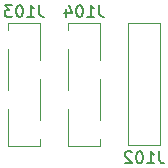
<source format=gbo>
G04 #@! TF.GenerationSoftware,KiCad,Pcbnew,9.0.6*
G04 #@! TF.CreationDate,2026-01-05T13:51:01-06:00*
G04 #@! TF.ProjectId,SOIC-8_3.9x4.9_P1.27,534f4943-2d38-45f3-932e-3978342e395f,rev?*
G04 #@! TF.SameCoordinates,Original*
G04 #@! TF.FileFunction,Legend,Bot*
G04 #@! TF.FilePolarity,Positive*
%FSLAX46Y46*%
G04 Gerber Fmt 4.6, Leading zero omitted, Abs format (unit mm)*
G04 Created by KiCad (PCBNEW 9.0.6) date 2026-01-05 13:51:01*
%MOMM*%
%LPD*%
G01*
G04 APERTURE LIST*
%ADD10C,0.150000*%
%ADD11C,0.120000*%
%ADD12C,1.700000*%
%ADD13R,2.510000X1.000000*%
%ADD14R,1.700000X1.700000*%
G04 APERTURE END LIST*
D10*
X135651714Y-104450819D02*
X135651714Y-105165104D01*
X135651714Y-105165104D02*
X135699333Y-105307961D01*
X135699333Y-105307961D02*
X135794571Y-105403200D01*
X135794571Y-105403200D02*
X135937428Y-105450819D01*
X135937428Y-105450819D02*
X136032666Y-105450819D01*
X134651714Y-105450819D02*
X135223142Y-105450819D01*
X134937428Y-105450819D02*
X134937428Y-104450819D01*
X134937428Y-104450819D02*
X135032666Y-104593676D01*
X135032666Y-104593676D02*
X135127904Y-104688914D01*
X135127904Y-104688914D02*
X135223142Y-104736533D01*
X134032666Y-104450819D02*
X133937428Y-104450819D01*
X133937428Y-104450819D02*
X133842190Y-104498438D01*
X133842190Y-104498438D02*
X133794571Y-104546057D01*
X133794571Y-104546057D02*
X133746952Y-104641295D01*
X133746952Y-104641295D02*
X133699333Y-104831771D01*
X133699333Y-104831771D02*
X133699333Y-105069866D01*
X133699333Y-105069866D02*
X133746952Y-105260342D01*
X133746952Y-105260342D02*
X133794571Y-105355580D01*
X133794571Y-105355580D02*
X133842190Y-105403200D01*
X133842190Y-105403200D02*
X133937428Y-105450819D01*
X133937428Y-105450819D02*
X134032666Y-105450819D01*
X134032666Y-105450819D02*
X134127904Y-105403200D01*
X134127904Y-105403200D02*
X134175523Y-105355580D01*
X134175523Y-105355580D02*
X134223142Y-105260342D01*
X134223142Y-105260342D02*
X134270761Y-105069866D01*
X134270761Y-105069866D02*
X134270761Y-104831771D01*
X134270761Y-104831771D02*
X134223142Y-104641295D01*
X134223142Y-104641295D02*
X134175523Y-104546057D01*
X134175523Y-104546057D02*
X134127904Y-104498438D01*
X134127904Y-104498438D02*
X134032666Y-104450819D01*
X133318380Y-104546057D02*
X133270761Y-104498438D01*
X133270761Y-104498438D02*
X133175523Y-104450819D01*
X133175523Y-104450819D02*
X132937428Y-104450819D01*
X132937428Y-104450819D02*
X132842190Y-104498438D01*
X132842190Y-104498438D02*
X132794571Y-104546057D01*
X132794571Y-104546057D02*
X132746952Y-104641295D01*
X132746952Y-104641295D02*
X132746952Y-104736533D01*
X132746952Y-104736533D02*
X132794571Y-104879390D01*
X132794571Y-104879390D02*
X133365999Y-105450819D01*
X133365999Y-105450819D02*
X132746952Y-105450819D01*
X125491714Y-92070819D02*
X125491714Y-92785104D01*
X125491714Y-92785104D02*
X125539333Y-92927961D01*
X125539333Y-92927961D02*
X125634571Y-93023200D01*
X125634571Y-93023200D02*
X125777428Y-93070819D01*
X125777428Y-93070819D02*
X125872666Y-93070819D01*
X124491714Y-93070819D02*
X125063142Y-93070819D01*
X124777428Y-93070819D02*
X124777428Y-92070819D01*
X124777428Y-92070819D02*
X124872666Y-92213676D01*
X124872666Y-92213676D02*
X124967904Y-92308914D01*
X124967904Y-92308914D02*
X125063142Y-92356533D01*
X123872666Y-92070819D02*
X123777428Y-92070819D01*
X123777428Y-92070819D02*
X123682190Y-92118438D01*
X123682190Y-92118438D02*
X123634571Y-92166057D01*
X123634571Y-92166057D02*
X123586952Y-92261295D01*
X123586952Y-92261295D02*
X123539333Y-92451771D01*
X123539333Y-92451771D02*
X123539333Y-92689866D01*
X123539333Y-92689866D02*
X123586952Y-92880342D01*
X123586952Y-92880342D02*
X123634571Y-92975580D01*
X123634571Y-92975580D02*
X123682190Y-93023200D01*
X123682190Y-93023200D02*
X123777428Y-93070819D01*
X123777428Y-93070819D02*
X123872666Y-93070819D01*
X123872666Y-93070819D02*
X123967904Y-93023200D01*
X123967904Y-93023200D02*
X124015523Y-92975580D01*
X124015523Y-92975580D02*
X124063142Y-92880342D01*
X124063142Y-92880342D02*
X124110761Y-92689866D01*
X124110761Y-92689866D02*
X124110761Y-92451771D01*
X124110761Y-92451771D02*
X124063142Y-92261295D01*
X124063142Y-92261295D02*
X124015523Y-92166057D01*
X124015523Y-92166057D02*
X123967904Y-92118438D01*
X123967904Y-92118438D02*
X123872666Y-92070819D01*
X123205999Y-92070819D02*
X122586952Y-92070819D01*
X122586952Y-92070819D02*
X122920285Y-92451771D01*
X122920285Y-92451771D02*
X122777428Y-92451771D01*
X122777428Y-92451771D02*
X122682190Y-92499390D01*
X122682190Y-92499390D02*
X122634571Y-92547009D01*
X122634571Y-92547009D02*
X122586952Y-92642247D01*
X122586952Y-92642247D02*
X122586952Y-92880342D01*
X122586952Y-92880342D02*
X122634571Y-92975580D01*
X122634571Y-92975580D02*
X122682190Y-93023200D01*
X122682190Y-93023200D02*
X122777428Y-93070819D01*
X122777428Y-93070819D02*
X123063142Y-93070819D01*
X123063142Y-93070819D02*
X123158380Y-93023200D01*
X123158380Y-93023200D02*
X123205999Y-92975580D01*
X130571714Y-92070819D02*
X130571714Y-92785104D01*
X130571714Y-92785104D02*
X130619333Y-92927961D01*
X130619333Y-92927961D02*
X130714571Y-93023200D01*
X130714571Y-93023200D02*
X130857428Y-93070819D01*
X130857428Y-93070819D02*
X130952666Y-93070819D01*
X129571714Y-93070819D02*
X130143142Y-93070819D01*
X129857428Y-93070819D02*
X129857428Y-92070819D01*
X129857428Y-92070819D02*
X129952666Y-92213676D01*
X129952666Y-92213676D02*
X130047904Y-92308914D01*
X130047904Y-92308914D02*
X130143142Y-92356533D01*
X128952666Y-92070819D02*
X128857428Y-92070819D01*
X128857428Y-92070819D02*
X128762190Y-92118438D01*
X128762190Y-92118438D02*
X128714571Y-92166057D01*
X128714571Y-92166057D02*
X128666952Y-92261295D01*
X128666952Y-92261295D02*
X128619333Y-92451771D01*
X128619333Y-92451771D02*
X128619333Y-92689866D01*
X128619333Y-92689866D02*
X128666952Y-92880342D01*
X128666952Y-92880342D02*
X128714571Y-92975580D01*
X128714571Y-92975580D02*
X128762190Y-93023200D01*
X128762190Y-93023200D02*
X128857428Y-93070819D01*
X128857428Y-93070819D02*
X128952666Y-93070819D01*
X128952666Y-93070819D02*
X129047904Y-93023200D01*
X129047904Y-93023200D02*
X129095523Y-92975580D01*
X129095523Y-92975580D02*
X129143142Y-92880342D01*
X129143142Y-92880342D02*
X129190761Y-92689866D01*
X129190761Y-92689866D02*
X129190761Y-92451771D01*
X129190761Y-92451771D02*
X129143142Y-92261295D01*
X129143142Y-92261295D02*
X129095523Y-92166057D01*
X129095523Y-92166057D02*
X129047904Y-92118438D01*
X129047904Y-92118438D02*
X128952666Y-92070819D01*
X127762190Y-92404152D02*
X127762190Y-93070819D01*
X128000285Y-92023200D02*
X128238380Y-92737485D01*
X128238380Y-92737485D02*
X127619333Y-92737485D01*
D11*
X132986000Y-103886000D02*
X132986001Y-93616000D01*
X132986000Y-103886000D02*
X135746000Y-103886000D01*
X132986001Y-93616000D02*
X135745999Y-93616000D01*
X135746000Y-103886000D02*
X135745999Y-93616000D01*
X125586000Y-93616000D02*
X125586000Y-96726000D01*
X125586000Y-93616000D02*
X122826000Y-93616000D01*
X125586000Y-94186000D02*
X125586000Y-96726000D01*
X125586000Y-98346000D02*
X125586000Y-101806000D01*
X125586000Y-103426000D02*
X125586000Y-103996000D01*
X125586000Y-103996000D02*
X122826000Y-103996000D01*
X122826000Y-93616000D02*
X122826000Y-94186000D01*
X122826000Y-95806000D02*
X122826000Y-99266000D01*
X122826000Y-100886000D02*
X122826000Y-103996000D01*
X130666000Y-93616000D02*
X130666000Y-96726000D01*
X130666000Y-93616000D02*
X127906000Y-93616000D01*
X130666000Y-94186000D02*
X130666000Y-96726000D01*
X130666000Y-98346000D02*
X130666000Y-101806000D01*
X130666000Y-103426000D02*
X130666000Y-103996000D01*
X130666000Y-103996000D02*
X127906000Y-103996000D01*
X127906000Y-93616000D02*
X127906000Y-94186000D01*
X127906000Y-95806000D02*
X127906000Y-99266000D01*
X127906000Y-100886000D02*
X127906000Y-103996000D01*
%LPC*%
D12*
X134366000Y-102616000D03*
X134366000Y-100076000D03*
X134366000Y-97536001D03*
X134366000Y-94996000D03*
D13*
X122551000Y-94996000D03*
X125861000Y-97536000D03*
X122551000Y-100076000D03*
X125861000Y-102616000D03*
X127631000Y-94996000D03*
X130941000Y-97536000D03*
X127631000Y-100076000D03*
X130941000Y-102616000D03*
D14*
X119126000Y-94996000D03*
D12*
X119126000Y-97536000D03*
X119126000Y-100076000D03*
X119126000Y-102616000D03*
%LPD*%
M02*

</source>
